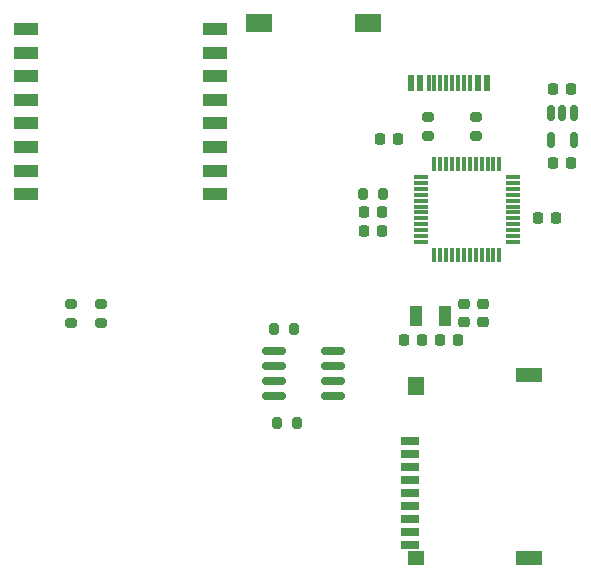
<source format=gtp>
G04 #@! TF.GenerationSoftware,KiCad,Pcbnew,(5.99.0-11444-g3c721c55de)*
G04 #@! TF.CreationDate,2021-10-03T12:01:57-03:00*
G04 #@! TF.ProjectId,d21lora,6432316c-6f72-4612-9e6b-696361645f70,rev?*
G04 #@! TF.SameCoordinates,Original*
G04 #@! TF.FileFunction,Paste,Top*
G04 #@! TF.FilePolarity,Positive*
%FSLAX46Y46*%
G04 Gerber Fmt 4.6, Leading zero omitted, Abs format (unit mm)*
G04 Created by KiCad (PCBNEW (5.99.0-11444-g3c721c55de)) date 2021-10-03 12:01:57*
%MOMM*%
%LPD*%
G01*
G04 APERTURE LIST*
G04 Aperture macros list*
%AMRoundRect*
0 Rectangle with rounded corners*
0 $1 Rounding radius*
0 $2 $3 $4 $5 $6 $7 $8 $9 X,Y pos of 4 corners*
0 Add a 4 corners polygon primitive as box body*
4,1,4,$2,$3,$4,$5,$6,$7,$8,$9,$2,$3,0*
0 Add four circle primitives for the rounded corners*
1,1,$1+$1,$2,$3*
1,1,$1+$1,$4,$5*
1,1,$1+$1,$6,$7*
1,1,$1+$1,$8,$9*
0 Add four rect primitives between the rounded corners*
20,1,$1+$1,$2,$3,$4,$5,0*
20,1,$1+$1,$4,$5,$6,$7,0*
20,1,$1+$1,$6,$7,$8,$9,0*
20,1,$1+$1,$8,$9,$2,$3,0*%
G04 Aperture macros list end*
%ADD10RoundRect,0.225000X-0.250000X0.225000X-0.250000X-0.225000X0.250000X-0.225000X0.250000X0.225000X0*%
%ADD11RoundRect,0.225000X0.225000X0.250000X-0.225000X0.250000X-0.225000X-0.250000X0.225000X-0.250000X0*%
%ADD12R,2.180000X1.600000*%
%ADD13RoundRect,0.200000X0.275000X-0.200000X0.275000X0.200000X-0.275000X0.200000X-0.275000X-0.200000X0*%
%ADD14RoundRect,0.225000X-0.225000X-0.250000X0.225000X-0.250000X0.225000X0.250000X-0.225000X0.250000X0*%
%ADD15RoundRect,0.200000X-0.200000X-0.275000X0.200000X-0.275000X0.200000X0.275000X-0.200000X0.275000X0*%
%ADD16RoundRect,0.150000X-0.150000X0.512500X-0.150000X-0.512500X0.150000X-0.512500X0.150000X0.512500X0*%
%ADD17R,1.000000X1.800000*%
%ADD18R,1.250000X0.350000*%
%ADD19R,0.350000X1.250000*%
%ADD20RoundRect,0.200000X0.200000X0.275000X-0.200000X0.275000X-0.200000X-0.275000X0.200000X-0.275000X0*%
%ADD21R,1.600000X0.700000*%
%ADD22R,1.400000X1.200000*%
%ADD23R,2.200000X1.200000*%
%ADD24R,1.400000X1.600000*%
%ADD25RoundRect,0.150000X-0.825000X-0.150000X0.825000X-0.150000X0.825000X0.150000X-0.825000X0.150000X0*%
%ADD26RoundRect,0.200000X-0.275000X0.200000X-0.275000X-0.200000X0.275000X-0.200000X0.275000X0.200000X0*%
%ADD27R,2.000000X1.000000*%
%ADD28R,0.600000X1.450000*%
%ADD29R,0.300000X1.450000*%
G04 APERTURE END LIST*
D10*
X50660458Y-27983544D03*
X50660458Y-26433544D03*
D11*
X41947800Y-12522200D03*
X43497800Y-12522200D03*
D12*
X31757400Y-2697225D03*
X40937400Y-2697225D03*
D13*
X18388742Y-28103400D03*
X18388742Y-26453400D03*
D14*
X56629000Y-8255000D03*
X58179000Y-8255000D03*
X42151600Y-18719800D03*
X40601600Y-18719800D03*
D15*
X42201600Y-17170400D03*
X40551600Y-17170400D03*
D11*
X58179000Y-14528800D03*
X56629000Y-14528800D03*
D10*
X49111058Y-27983544D03*
X49111058Y-26433544D03*
D16*
X58354000Y-10267100D03*
X57404000Y-10267100D03*
X56454000Y-10267100D03*
X56454000Y-12542100D03*
X58354000Y-12542100D03*
D17*
X47516258Y-27487944D03*
X45016258Y-27487944D03*
D14*
X48565258Y-29544974D03*
X47015258Y-29544974D03*
D18*
X45451800Y-21215800D03*
X45451800Y-20715800D03*
X45451800Y-20215800D03*
X45451800Y-19715800D03*
X45451800Y-19215800D03*
X45451800Y-18715800D03*
X45451800Y-18215800D03*
X45451800Y-17715800D03*
X45451800Y-17215800D03*
X45451800Y-16715800D03*
X45451800Y-16215800D03*
X45451800Y-15715800D03*
D19*
X46576800Y-14590800D03*
X47076800Y-14590800D03*
X47576800Y-14590800D03*
X48076800Y-14590800D03*
X48576800Y-14590800D03*
X49076800Y-14590800D03*
X49576800Y-14590800D03*
X50076800Y-14590800D03*
X50576800Y-14590800D03*
X51076800Y-14590800D03*
X51576800Y-14590800D03*
X52076800Y-14590800D03*
D18*
X53201800Y-15715800D03*
X53201800Y-16215800D03*
X53201800Y-16715800D03*
X53201800Y-17215800D03*
X53201800Y-17715800D03*
X53201800Y-18215800D03*
X53201800Y-18715800D03*
X53201800Y-19215800D03*
X53201800Y-19715800D03*
X53201800Y-20215800D03*
X53201800Y-20715800D03*
X53201800Y-21215800D03*
D19*
X52076800Y-22340800D03*
X51576800Y-22340800D03*
X51076800Y-22340800D03*
X50576800Y-22340800D03*
X50076800Y-22340800D03*
X49576800Y-22340800D03*
X49076800Y-22340800D03*
X48576800Y-22340800D03*
X48076800Y-22340800D03*
X47576800Y-22340800D03*
X47076800Y-22340800D03*
X46576800Y-22340800D03*
D20*
X34656942Y-28599200D03*
X33006942Y-28599200D03*
D13*
X46075600Y-12243545D03*
X46075600Y-10593545D03*
D21*
X44508800Y-38033600D03*
X44508800Y-39133600D03*
X44508800Y-40233600D03*
X44508800Y-41333600D03*
X44508800Y-42433600D03*
X44508800Y-43533600D03*
X44508800Y-44633600D03*
X44508800Y-45733600D03*
X44508800Y-46833600D03*
D22*
X45008800Y-47983600D03*
D23*
X54608800Y-47983600D03*
X54608800Y-32483600D03*
D24*
X45008800Y-33383600D03*
D20*
X34910942Y-36574800D03*
X33260942Y-36574800D03*
D14*
X56909000Y-19227800D03*
X55359000Y-19227800D03*
D11*
X40601600Y-20269200D03*
X42151600Y-20269200D03*
X43967258Y-29544974D03*
X45517258Y-29544974D03*
D13*
X50089241Y-12243545D03*
X50089241Y-10593545D03*
D25*
X33007942Y-30428000D03*
X33007942Y-31698000D03*
X33007942Y-32968000D03*
X33007942Y-34238000D03*
X37957942Y-34238000D03*
X37957942Y-32968000D03*
X37957942Y-31698000D03*
X37957942Y-30428000D03*
D26*
X15848742Y-26453400D03*
X15848742Y-28103400D03*
D27*
X27989800Y-17182274D03*
X27989800Y-15182274D03*
X27989800Y-13182274D03*
X27989800Y-11182274D03*
X27989800Y-9182274D03*
X27989800Y-7182274D03*
X27989800Y-5182274D03*
X27989800Y-3182274D03*
X11989800Y-3182274D03*
X11989800Y-5182274D03*
X11989800Y-7182274D03*
X11989800Y-9182274D03*
X11989800Y-11182274D03*
X11989800Y-13182274D03*
X11989800Y-15182274D03*
X11989800Y-17182274D03*
D28*
X51053200Y-7745800D03*
X50278200Y-7745800D03*
D29*
X49578200Y-7745800D03*
X49078200Y-7745800D03*
X48578200Y-7745800D03*
X48078200Y-7745800D03*
X47578200Y-7745800D03*
X47078200Y-7745800D03*
X46578200Y-7745800D03*
X46078200Y-7745800D03*
D28*
X45378200Y-7745800D03*
X44603200Y-7745800D03*
M02*

</source>
